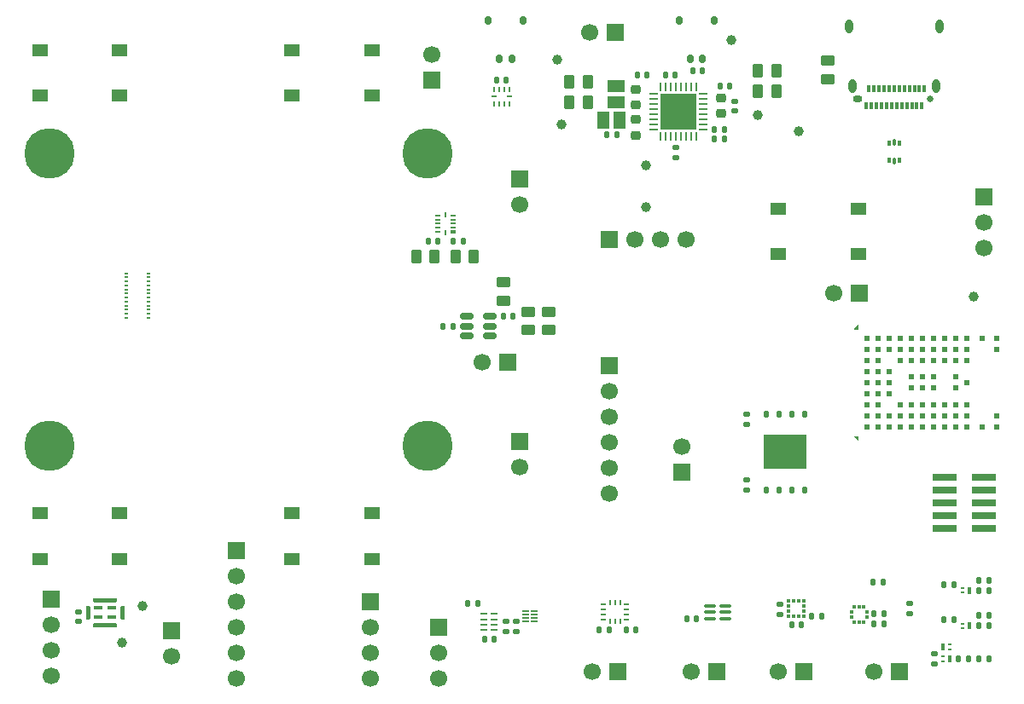
<source format=gbr>
%TF.GenerationSoftware,KiCad,Pcbnew,9.0.6+1*%
%TF.CreationDate,2025-12-31T10:00:21+00:00*%
%TF.ProjectId,ZSWatch-Watch-DevKit,5a535761-7463-4682-9d57-617463682d44,1.2.2*%
%TF.SameCoordinates,Original*%
%TF.FileFunction,Soldermask,Top*%
%TF.FilePolarity,Negative*%
%FSLAX46Y46*%
G04 Gerber Fmt 4.6, Leading zero omitted, Abs format (unit mm)*
G04 Created by KiCad (PCBNEW 9.0.6+1) date 2025-12-31 10:00:21*
%MOMM*%
%LPD*%
G01*
G04 APERTURE LIST*
G04 Aperture macros list*
%AMRoundRect*
0 Rectangle with rounded corners*
0 $1 Rounding radius*
0 $2 $3 $4 $5 $6 $7 $8 $9 X,Y pos of 4 corners*
0 Add a 4 corners polygon primitive as box body*
4,1,4,$2,$3,$4,$5,$6,$7,$8,$9,$2,$3,0*
0 Add four circle primitives for the rounded corners*
1,1,$1+$1,$2,$3*
1,1,$1+$1,$4,$5*
1,1,$1+$1,$6,$7*
1,1,$1+$1,$8,$9*
0 Add four rect primitives between the rounded corners*
20,1,$1+$1,$2,$3,$4,$5,0*
20,1,$1+$1,$4,$5,$6,$7,0*
20,1,$1+$1,$6,$7,$8,$9,0*
20,1,$1+$1,$8,$9,$2,$3,0*%
G04 Aperture macros list end*
%ADD10C,0.100000*%
%ADD11C,0.010000*%
%ADD12RoundRect,0.140000X0.140000X0.170000X-0.140000X0.170000X-0.140000X-0.170000X0.140000X-0.170000X0*%
%ADD13RoundRect,0.250000X0.262500X0.450000X-0.262500X0.450000X-0.262500X-0.450000X0.262500X-0.450000X0*%
%ADD14RoundRect,0.050000X-0.150000X-0.300000X0.150000X-0.300000X0.150000X0.300000X-0.150000X0.300000X0*%
%ADD15RoundRect,0.050000X-0.150000X-0.075000X0.150000X-0.075000X0.150000X0.075000X-0.150000X0.075000X0*%
%ADD16RoundRect,0.250000X-0.262500X-0.450000X0.262500X-0.450000X0.262500X0.450000X-0.262500X0.450000X0*%
%ADD17RoundRect,0.093750X-0.093750X0.156250X-0.093750X-0.156250X0.093750X-0.156250X0.093750X0.156250X0*%
%ADD18RoundRect,0.075000X-0.075000X0.250000X-0.075000X-0.250000X0.075000X-0.250000X0.075000X0.250000X0*%
%ADD19RoundRect,0.135000X0.185000X-0.135000X0.185000X0.135000X-0.185000X0.135000X-0.185000X-0.135000X0*%
%ADD20R,1.500000X1.300000*%
%ADD21C,1.000000*%
%ADD22R,1.700000X1.700000*%
%ADD23C,1.700000*%
%ADD24RoundRect,0.250000X-0.450000X0.262500X-0.450000X-0.262500X0.450000X-0.262500X0.450000X0.262500X0*%
%ADD25R,2.400000X0.740000*%
%ADD26RoundRect,0.062500X-0.337500X-0.062500X0.337500X-0.062500X0.337500X0.062500X-0.337500X0.062500X0*%
%ADD27RoundRect,0.062500X-0.062500X-0.337500X0.062500X-0.337500X0.062500X0.337500X-0.062500X0.337500X0*%
%ADD28R,3.600000X3.600000*%
%ADD29RoundRect,0.150000X0.150000X0.275000X-0.150000X0.275000X-0.150000X-0.275000X0.150000X-0.275000X0*%
%ADD30RoundRect,0.175000X0.175000X0.225000X-0.175000X0.225000X-0.175000X-0.225000X0.175000X-0.225000X0*%
%ADD31RoundRect,0.075000X-0.512500X-0.075000X0.512500X-0.075000X0.512500X0.075000X-0.512500X0.075000X0*%
%ADD32C,2.900000*%
%ADD33C,5.000000*%
%ADD34R,0.250000X0.500000*%
%ADD35R,0.500000X0.250000*%
%ADD36RoundRect,0.140000X-0.170000X0.140000X-0.170000X-0.140000X0.170000X-0.140000X0.170000X0.140000X0*%
%ADD37RoundRect,0.135000X-0.185000X0.135000X-0.185000X-0.135000X0.185000X-0.135000X0.185000X0.135000X0*%
%ADD38RoundRect,0.135000X0.135000X0.185000X-0.135000X0.185000X-0.135000X-0.185000X0.135000X-0.185000X0*%
%ADD39RoundRect,0.140000X-0.140000X-0.170000X0.140000X-0.170000X0.140000X0.170000X-0.140000X0.170000X0*%
%ADD40RoundRect,0.125000X0.125000X-0.200000X0.125000X0.200000X-0.125000X0.200000X-0.125000X-0.200000X0*%
%ADD41R,4.300000X3.400000*%
%ADD42R,0.650000X0.170000*%
%ADD43RoundRect,0.140000X0.170000X-0.140000X0.170000X0.140000X-0.170000X0.140000X-0.170000X-0.140000X0*%
%ADD44R,0.950000X0.450000*%
%ADD45R,0.700000X0.270000*%
%ADD46R,0.370000X0.300000*%
%ADD47R,0.300000X0.370000*%
%ADD48RoundRect,0.147500X0.147500X0.172500X-0.147500X0.172500X-0.147500X-0.172500X0.147500X-0.172500X0*%
%ADD49C,0.650000*%
%ADD50O,0.950000X0.650000*%
%ADD51R,0.300000X0.700000*%
%ADD52O,0.800000X1.400000*%
%ADD53RoundRect,0.250000X0.450000X-0.262500X0.450000X0.262500X-0.450000X0.262500X-0.450000X-0.262500X0*%
%ADD54RoundRect,0.225000X-0.250000X0.225000X-0.250000X-0.225000X0.250000X-0.225000X0.250000X0.225000X0*%
%ADD55R,0.475000X0.250000*%
%ADD56R,0.250000X0.475000*%
%ADD57R,1.150000X1.800000*%
%ADD58R,0.600000X0.600000*%
%ADD59RoundRect,0.147500X-0.147500X-0.172500X0.147500X-0.172500X0.147500X0.172500X-0.147500X0.172500X0*%
%ADD60RoundRect,0.225000X0.250000X-0.225000X0.250000X0.225000X-0.250000X0.225000X-0.250000X-0.225000X0*%
%ADD61R,0.300000X0.325000*%
%ADD62R,0.325000X0.300000*%
%ADD63R,1.800000X1.150000*%
%ADD64RoundRect,0.050000X0.150000X0.300000X-0.150000X0.300000X-0.150000X-0.300000X0.150000X-0.300000X0*%
%ADD65RoundRect,0.050000X0.150000X0.075000X-0.150000X0.075000X-0.150000X-0.075000X0.150000X-0.075000X0*%
%ADD66RoundRect,0.135000X-0.135000X-0.185000X0.135000X-0.185000X0.135000X0.185000X-0.135000X0.185000X0*%
%ADD67RoundRect,0.150000X0.512500X0.150000X-0.512500X0.150000X-0.512500X-0.150000X0.512500X-0.150000X0*%
%ADD68R,0.450000X0.210000*%
%ADD69R,0.500000X0.320000*%
%ADD70R,0.500000X0.220000*%
%ADD71R,0.220000X0.500000*%
%ADD72R,0.500000X0.200000*%
G04 APERTURE END LIST*
D10*
X243200000Y-145420920D02*
X242800000Y-145420920D01*
X243200000Y-145020920D01*
X243200000Y-145420920D01*
G36*
X243200000Y-145420920D02*
G01*
X242800000Y-145420920D01*
X243200000Y-145020920D01*
X243200000Y-145420920D01*
G37*
X243200000Y-156470920D02*
X242800000Y-156070920D01*
X243200000Y-156070920D01*
X243200000Y-156470920D01*
G36*
X243200000Y-156470920D02*
G01*
X242800000Y-156070920D01*
X243200000Y-156070920D01*
X243200000Y-156470920D01*
G37*
D11*
%TO.C,MK501*%
X166935000Y-173025000D02*
X166935000Y-174125000D01*
X166835000Y-174225000D01*
X166610000Y-174225000D01*
X166610000Y-172925000D01*
X166835000Y-172925000D01*
X166935000Y-173025000D01*
G36*
X166935000Y-173025000D02*
G01*
X166935000Y-174125000D01*
X166835000Y-174225000D01*
X166610000Y-174225000D01*
X166610000Y-172925000D01*
X166835000Y-172925000D01*
X166935000Y-173025000D01*
G37*
X169635000Y-172425000D02*
X169535000Y-172525000D01*
X167435000Y-172525000D01*
X167335000Y-172425000D01*
X167335000Y-172200000D01*
X169635000Y-172200000D01*
X169635000Y-172425000D01*
G36*
X169635000Y-172425000D02*
G01*
X169535000Y-172525000D01*
X167435000Y-172525000D01*
X167335000Y-172425000D01*
X167335000Y-172200000D01*
X169635000Y-172200000D01*
X169635000Y-172425000D01*
G37*
X169635000Y-174725000D02*
X169635000Y-174950000D01*
X167335000Y-174950000D01*
X167335000Y-174725000D01*
X167435000Y-174625000D01*
X169535000Y-174625000D01*
X169635000Y-174725000D01*
G36*
X169635000Y-174725000D02*
G01*
X169635000Y-174950000D01*
X167335000Y-174950000D01*
X167335000Y-174725000D01*
X167435000Y-174625000D01*
X169535000Y-174625000D01*
X169635000Y-174725000D01*
G37*
X170360000Y-174225000D02*
X170135000Y-174225000D01*
X170035000Y-174125000D01*
X170035000Y-173025000D01*
X170135000Y-172925000D01*
X170360000Y-172925000D01*
X170360000Y-174225000D01*
G36*
X170360000Y-174225000D02*
G01*
X170135000Y-174225000D01*
X170035000Y-174125000D01*
X170035000Y-173025000D01*
X170135000Y-172925000D01*
X170360000Y-172925000D01*
X170360000Y-174225000D01*
G37*
%TD*%
D12*
%TO.C,C404*%
X225060000Y-120200000D03*
X224100000Y-120200000D03*
%TD*%
D13*
%TO.C,R409*%
X235112500Y-121800000D03*
X233287500Y-121800000D03*
%TD*%
D14*
%TO.C,Q403*%
X254250000Y-171400000D03*
D15*
X253550000Y-171175000D03*
X253550000Y-171625000D03*
%TD*%
D16*
%TO.C,R615*%
X203275000Y-138200000D03*
X205100000Y-138200000D03*
%TD*%
D17*
%TO.C,IC602*%
X247337500Y-126937500D03*
D18*
X246800000Y-126862500D03*
D17*
X246262500Y-126937500D03*
X246262500Y-128637500D03*
D18*
X246800000Y-128712500D03*
D17*
X247337500Y-128637500D03*
%TD*%
D19*
%TO.C,R403*%
X250800000Y-178710000D03*
X250800000Y-177690000D03*
%TD*%
D20*
%TO.C,S503*%
X162025000Y-163750000D03*
X162025000Y-168250000D03*
X169975000Y-163750000D03*
X169975000Y-168250000D03*
%TD*%
D21*
%TO.C,TP504*%
X222200000Y-129200000D03*
%TD*%
D22*
%TO.C,X508*%
X200900000Y-120700000D03*
D23*
X200900000Y-118160000D03*
%TD*%
D20*
%TO.C,S504*%
X162025000Y-117750000D03*
X162025000Y-122250000D03*
X169975000Y-117750000D03*
X169975000Y-122250000D03*
%TD*%
D24*
%TO.C,R613*%
X212500000Y-143687500D03*
X212500000Y-145512500D03*
%TD*%
D25*
%TO.C,X601*%
X251800000Y-160120000D03*
X255700000Y-160120000D03*
X251800000Y-161390000D03*
X255700000Y-161390000D03*
X251800000Y-162660000D03*
X255700000Y-162660000D03*
X251800000Y-163930000D03*
X255700000Y-163930000D03*
X251800000Y-165200000D03*
X255700000Y-165200000D03*
%TD*%
D26*
%TO.C,IC401*%
X222937790Y-122080400D03*
X222937790Y-122580400D03*
X222937790Y-123080400D03*
X222937790Y-123580400D03*
X222937790Y-124080400D03*
X222937790Y-124580400D03*
X222937790Y-125080400D03*
X222937790Y-125580400D03*
D27*
X223637790Y-126280400D03*
X224137790Y-126280400D03*
X224637790Y-126280400D03*
X225137790Y-126280400D03*
X225637790Y-126280400D03*
X226137790Y-126280400D03*
X226637790Y-126280400D03*
X227137790Y-126280400D03*
D26*
X227837790Y-125580400D03*
X227837790Y-125080400D03*
X227837790Y-124580400D03*
X227837790Y-124080400D03*
X227837790Y-123580400D03*
X227837790Y-123080400D03*
X227837790Y-122580400D03*
X227837790Y-122080400D03*
D27*
X227137790Y-121380400D03*
X226637790Y-121380400D03*
X226137790Y-121380400D03*
X225637790Y-121380400D03*
X225137790Y-121380400D03*
X224637790Y-121380400D03*
X224137790Y-121380400D03*
X223637790Y-121380400D03*
D28*
X225387790Y-123830400D03*
%TD*%
D22*
%TO.C,X503*%
X175100000Y-175400000D03*
D23*
X175100000Y-177940000D03*
%TD*%
D29*
%TO.C,X509*%
X208850000Y-118575000D03*
X207650000Y-118575000D03*
D30*
X210000000Y-114800000D03*
X206500000Y-114800000D03*
%TD*%
D31*
%TO.C,IC501*%
X228505000Y-172900000D03*
X228505000Y-173550000D03*
X228505000Y-174200000D03*
X230080000Y-174200000D03*
X230080000Y-173550000D03*
X230080000Y-172900000D03*
%TD*%
D32*
%TO.C,REF\u002A\u002A*%
X200500000Y-157000000D03*
D33*
X200500000Y-157000000D03*
%TD*%
D22*
%TO.C,X610*%
X209600000Y-156600000D03*
D23*
X209600000Y-159140000D03*
%TD*%
D22*
%TO.C,X403*%
X163200000Y-172220000D03*
D23*
X163200000Y-174760000D03*
X163200000Y-177300000D03*
X163200000Y-179840000D03*
%TD*%
D12*
%TO.C,C403*%
X227780000Y-119800000D03*
X226820000Y-119800000D03*
%TD*%
D22*
%TO.C,X504*%
X194800000Y-172490000D03*
D23*
X194800000Y-175030000D03*
X194800000Y-177570000D03*
X194800000Y-180110000D03*
%TD*%
D22*
%TO.C,X606*%
X225700000Y-159640000D03*
D23*
X225700000Y-157100000D03*
%TD*%
D34*
%TO.C,IC505*%
X207100000Y-123100000D03*
X207600000Y-123100000D03*
X208100000Y-123100000D03*
X208600000Y-123100000D03*
D35*
X208600000Y-122350000D03*
D34*
X208600000Y-121600000D03*
X208100000Y-121600000D03*
X207600000Y-121600000D03*
X207100000Y-121600000D03*
D35*
X207100000Y-122350000D03*
%TD*%
D22*
%TO.C,X401*%
X219100000Y-116000000D03*
D23*
X216560000Y-116000000D03*
%TD*%
D22*
%TO.C,X501*%
X229200000Y-179500000D03*
D23*
X226660000Y-179500000D03*
%TD*%
D22*
%TO.C,X502*%
X181500000Y-167460000D03*
D23*
X181500000Y-170000000D03*
X181500000Y-172540000D03*
X181500000Y-175080000D03*
X181500000Y-177620000D03*
X181500000Y-180160000D03*
%TD*%
D22*
%TO.C,X506*%
X237840000Y-179500000D03*
D23*
X235300000Y-179500000D03*
%TD*%
D36*
%TO.C,C505*%
X235500000Y-172795000D03*
X235500000Y-173755000D03*
%TD*%
D37*
%TO.C,R504*%
X208300000Y-174490000D03*
X208300000Y-175510000D03*
%TD*%
D22*
%TO.C,X607*%
X209600000Y-130525000D03*
D23*
X209600000Y-133065000D03*
%TD*%
D38*
%TO.C,R405*%
X256210000Y-170400000D03*
X255190000Y-170400000D03*
%TD*%
D39*
%TO.C,C405*%
X229520000Y-121300000D03*
X230480000Y-121300000D03*
%TD*%
D12*
%TO.C,C511*%
X207100000Y-176220000D03*
X206140000Y-176220000D03*
%TD*%
D40*
%TO.C,IC603*%
X234090000Y-161400000D03*
X235360000Y-161400000D03*
X236630000Y-161400000D03*
X237900000Y-161400000D03*
X237900000Y-153900000D03*
X236630000Y-153900000D03*
X235360000Y-153900000D03*
X234090000Y-153900000D03*
D41*
X235995000Y-157650000D03*
%TD*%
D21*
%TO.C,TP404*%
X213800000Y-125100000D03*
%TD*%
D42*
%TO.C,IC506*%
X211075000Y-174500000D03*
X211075000Y-174150000D03*
X211075000Y-173800000D03*
X211075000Y-173450000D03*
X210225000Y-173450000D03*
X210225000Y-173800000D03*
X210225000Y-174150000D03*
X210225000Y-174500000D03*
%TD*%
D21*
%TO.C,TP405*%
X213400000Y-118700000D03*
%TD*%
D43*
%TO.C,C602*%
X232170000Y-154880000D03*
X232170000Y-153920000D03*
%TD*%
D22*
%TO.C,X505*%
X219340000Y-179500000D03*
D23*
X216800000Y-179500000D03*
%TD*%
D44*
%TO.C,MK501*%
X167810000Y-173150000D03*
X169160000Y-173150000D03*
X169160000Y-174000000D03*
X167810000Y-174000000D03*
%TD*%
D22*
%TO.C,X604*%
X255700000Y-132270000D03*
D23*
X255700000Y-134810000D03*
X255700000Y-137350000D03*
%TD*%
D16*
%TO.C,R410*%
X214587500Y-120900000D03*
X216412500Y-120900000D03*
%TD*%
D37*
%TO.C,R501*%
X248300000Y-172690000D03*
X248300000Y-173710000D03*
%TD*%
D13*
%TO.C,R616*%
X201187500Y-138200000D03*
X199362500Y-138200000D03*
%TD*%
D38*
%TO.C,R408*%
X229989410Y-126538400D03*
X228969410Y-126538400D03*
%TD*%
D29*
%TO.C,X402*%
X227800000Y-118575000D03*
X226600000Y-118575000D03*
D30*
X228950000Y-114800000D03*
X225450000Y-114800000D03*
%TD*%
D12*
%TO.C,C503*%
X218500000Y-175332500D03*
X217540000Y-175332500D03*
%TD*%
D45*
%TO.C,IC507*%
X206120000Y-173725000D03*
X206120000Y-174265000D03*
X206120000Y-174805000D03*
X206120000Y-175345000D03*
X207120000Y-175345000D03*
X207120000Y-174805000D03*
X207120000Y-174265000D03*
X207120000Y-173725000D03*
%TD*%
D22*
%TO.C,X507*%
X247300000Y-179500000D03*
D23*
X244760000Y-179500000D03*
%TD*%
D46*
%TO.C,IC504*%
X244062500Y-174007500D03*
X244062500Y-173507500D03*
D47*
X243800000Y-172995000D03*
X243300000Y-172995000D03*
X242800000Y-172995000D03*
D46*
X242537500Y-173507500D03*
X242537500Y-174007500D03*
D47*
X242800000Y-174520000D03*
X243300000Y-174520000D03*
X243800000Y-174520000D03*
%TD*%
D12*
%TO.C,C510*%
X208280000Y-120700000D03*
X207320000Y-120700000D03*
%TD*%
D21*
%TO.C,TP503*%
X222200000Y-133300000D03*
%TD*%
D48*
%TO.C,D403*%
X256185000Y-178200000D03*
X255215000Y-178200000D03*
%TD*%
D38*
%TO.C,R505*%
X205509999Y-172700000D03*
X204490001Y-172700000D03*
%TD*%
D49*
%TO.C,X603*%
X250400000Y-122560000D03*
D50*
X243200000Y-122560000D03*
D51*
X249550000Y-123220000D03*
X249050000Y-123220000D03*
X248550000Y-123220000D03*
X248050000Y-123220000D03*
X247550000Y-123220000D03*
X247050000Y-123220000D03*
X246550000Y-123220000D03*
X246050000Y-123220000D03*
X245550000Y-123220000D03*
X245050000Y-123220000D03*
X244550000Y-123220000D03*
X244050000Y-123220000D03*
X244300000Y-121520000D03*
X244800000Y-121520000D03*
X245300000Y-121520000D03*
X245800000Y-121520000D03*
X246300000Y-121520000D03*
X246800000Y-121520000D03*
X247300000Y-121520000D03*
X247800000Y-121520000D03*
X248300000Y-121520000D03*
X248800000Y-121520000D03*
X249300000Y-121520000D03*
X249800000Y-121520000D03*
D52*
X251290000Y-115360000D03*
X250930000Y-121310000D03*
X242670000Y-121310000D03*
X242310000Y-115360000D03*
%TD*%
D21*
%TO.C,TP601*%
X254700000Y-142200000D03*
%TD*%
D53*
%TO.C,R603*%
X240200000Y-120600000D03*
X240200000Y-118775000D03*
%TD*%
D54*
%TO.C,C409*%
X221151410Y-124633400D03*
X221151410Y-126183400D03*
%TD*%
D38*
%TO.C,R404*%
X256210000Y-173900000D03*
X255190000Y-173900000D03*
%TD*%
D43*
%TO.C,C502*%
X165900000Y-174500000D03*
X165900000Y-173540000D03*
%TD*%
D55*
%TO.C,IC502*%
X217937500Y-172800000D03*
X217937500Y-173300000D03*
X217937500Y-173800000D03*
X217937500Y-174300000D03*
D56*
X218600000Y-174462500D03*
X219100000Y-174462500D03*
X219600000Y-174462500D03*
D55*
X220262500Y-174300000D03*
X220262500Y-173800000D03*
X220262500Y-173300000D03*
X220262500Y-172800000D03*
D56*
X219600000Y-172637500D03*
X219100000Y-172637500D03*
X218600000Y-172637500D03*
%TD*%
D21*
%TO.C,TP501*%
X172200000Y-172900000D03*
%TD*%
D57*
%TO.C,L401*%
X217938410Y-124659400D03*
X219538410Y-124659400D03*
%TD*%
D58*
%TO.C,M601*%
X244100000Y-155150000D03*
X244100000Y-154050000D03*
X244100000Y-152950000D03*
X244100000Y-151850000D03*
X244100000Y-150750000D03*
X244100000Y-149650000D03*
X244100000Y-148550000D03*
X244100000Y-147450000D03*
X244100000Y-146350000D03*
X245200000Y-155150000D03*
X245200000Y-154050000D03*
X245200000Y-152950000D03*
X245200000Y-151850000D03*
X245200000Y-150750000D03*
X245200000Y-149650000D03*
X245200000Y-148550000D03*
X245200000Y-147450000D03*
X245200000Y-146350000D03*
X246300000Y-155150000D03*
X246300000Y-154050000D03*
X246300000Y-151850000D03*
X246300000Y-150750000D03*
X246300000Y-149650000D03*
X246300000Y-147450000D03*
X246300000Y-146350000D03*
X247400000Y-155150000D03*
X247400000Y-154050000D03*
X247400000Y-152950000D03*
X247400000Y-148550000D03*
X247400000Y-147450000D03*
X247400000Y-146350000D03*
X248500000Y-155150000D03*
X248500000Y-154050000D03*
X248500000Y-152950000D03*
X248500000Y-151300000D03*
X248500000Y-150200000D03*
X248500000Y-148550000D03*
X248500000Y-147450000D03*
X248500000Y-146350000D03*
X249600000Y-155150000D03*
X249600000Y-154050000D03*
X249600000Y-152950000D03*
X249600000Y-151300000D03*
X249600000Y-150200000D03*
X249600000Y-148550000D03*
X249600000Y-147450000D03*
X249600000Y-146350000D03*
X250700000Y-155150000D03*
X250700000Y-154050000D03*
X250700000Y-152950000D03*
X250700000Y-151300000D03*
X250700000Y-150200000D03*
X250700000Y-148550000D03*
X250700000Y-147450000D03*
X250700000Y-146350000D03*
X251800000Y-155150000D03*
X251800000Y-154050000D03*
X251800000Y-152950000D03*
X251800000Y-148550000D03*
X251800000Y-147450000D03*
X251800000Y-146350000D03*
X252900000Y-155150000D03*
X252900000Y-154050000D03*
X252900000Y-152950000D03*
X252900000Y-151300000D03*
X252900000Y-150200000D03*
X252900000Y-148550000D03*
X252900000Y-147450000D03*
X252900000Y-146350000D03*
X254000000Y-155150000D03*
X254000000Y-154050000D03*
X254000000Y-152950000D03*
X254000000Y-150750000D03*
X254000000Y-148550000D03*
X254000000Y-147450000D03*
X254000000Y-146350000D03*
X255500000Y-155150000D03*
X255500000Y-146350000D03*
X257000000Y-155150000D03*
X257000000Y-154050000D03*
X257000000Y-147450000D03*
X257000000Y-146350000D03*
%TD*%
D59*
%TO.C,D401*%
X255215000Y-174900000D03*
X256185000Y-174900000D03*
%TD*%
D60*
%TO.C,C407*%
X221151410Y-123148400D03*
X221151410Y-121598400D03*
%TD*%
D12*
%TO.C,C408*%
X222289600Y-120200000D03*
X221329600Y-120200000D03*
%TD*%
D39*
%TO.C,C406*%
X218299410Y-126138400D03*
X219259410Y-126138400D03*
%TD*%
D12*
%TO.C,C501*%
X227187500Y-174200000D03*
X226227500Y-174200000D03*
%TD*%
D22*
%TO.C,X609*%
X208475000Y-148700000D03*
D23*
X205935000Y-148700000D03*
%TD*%
D12*
%TO.C,C504*%
X221180000Y-175300000D03*
X220220000Y-175300000D03*
%TD*%
D22*
%TO.C,X404*%
X218500000Y-136500000D03*
D23*
X221040000Y-136500000D03*
X223580000Y-136500000D03*
X226120000Y-136500000D03*
%TD*%
D12*
%TO.C,C601*%
X208980000Y-144187500D03*
X208020000Y-144187500D03*
%TD*%
D61*
%TO.C,IC503*%
X237812500Y-172462500D03*
X237312500Y-172462500D03*
X236812500Y-172462500D03*
X236312500Y-172462500D03*
D62*
X236300000Y-172975000D03*
X236300000Y-173475000D03*
D61*
X236312500Y-173987500D03*
X236812500Y-173987500D03*
X237312500Y-173987500D03*
X237812500Y-173987500D03*
D62*
X237825000Y-173475000D03*
X237825000Y-172975000D03*
%TD*%
D39*
%TO.C,C506*%
X238620000Y-173975000D03*
X239580000Y-173975000D03*
%TD*%
D63*
%TO.C,L402*%
X219246410Y-121319400D03*
X219246410Y-122919400D03*
%TD*%
D60*
%TO.C,C410*%
X229590620Y-124044000D03*
X229590620Y-122494000D03*
%TD*%
D24*
%TO.C,R602*%
X208020000Y-140775000D03*
X208020000Y-142600000D03*
%TD*%
D38*
%TO.C,R402*%
X252710000Y-170800000D03*
X251690000Y-170800000D03*
%TD*%
D20*
%TO.C,S502*%
X187025000Y-163750000D03*
X187025000Y-168250000D03*
X194975000Y-163750000D03*
X194975000Y-168250000D03*
%TD*%
D32*
%TO.C,REF\u002A\u002A*%
X163000000Y-157000000D03*
D33*
X163000000Y-157000000D03*
%TD*%
D64*
%TO.C,Q401*%
X251650000Y-177000000D03*
D65*
X252350000Y-177225000D03*
X252350000Y-176775000D03*
%TD*%
D12*
%TO.C,C508*%
X245780000Y-173700000D03*
X244820000Y-173700000D03*
%TD*%
D16*
%TO.C,R411*%
X214587500Y-122900000D03*
X216412500Y-122900000D03*
%TD*%
D66*
%TO.C,R601*%
X201990000Y-145137500D03*
X203010000Y-145137500D03*
%TD*%
D32*
%TO.C,REF\u002A\u002A*%
X200500000Y-128000000D03*
D33*
X200500000Y-128000000D03*
%TD*%
D21*
%TO.C,TP502*%
X170200000Y-176600000D03*
%TD*%
D67*
%TO.C,IC601*%
X206637500Y-146087500D03*
X206637500Y-145137500D03*
X206637500Y-144187500D03*
X204362500Y-144187500D03*
X204362500Y-145137500D03*
X204362500Y-146087500D03*
%TD*%
D16*
%TO.C,R412*%
X233287500Y-119800000D03*
X235112500Y-119800000D03*
%TD*%
D22*
%TO.C,X510*%
X201600000Y-175020000D03*
D23*
X201600000Y-177560000D03*
X201600000Y-180100000D03*
%TD*%
D22*
%TO.C,X605*%
X218500000Y-149050000D03*
D23*
X218500000Y-151590000D03*
X218500000Y-154130000D03*
X218500000Y-156670000D03*
X218500000Y-159210000D03*
X218500000Y-161750000D03*
%TD*%
D37*
%TO.C,R612*%
X232170000Y-160400000D03*
X232170000Y-161420000D03*
%TD*%
D20*
%TO.C,S501*%
X187025000Y-117750000D03*
X187025000Y-122250000D03*
X194975000Y-117750000D03*
X194975000Y-122250000D03*
%TD*%
D32*
%TO.C,REF\u002A\u002A*%
X163000000Y-128000000D03*
D33*
X163000000Y-128000000D03*
%TD*%
D43*
%TO.C,C401*%
X231000000Y-123780000D03*
X231000000Y-122820000D03*
%TD*%
D38*
%TO.C,R406*%
X254210000Y-178200000D03*
X253190000Y-178200000D03*
%TD*%
D21*
%TO.C,TP402*%
X230600000Y-116725000D03*
%TD*%
D12*
%TO.C,C604*%
X201555000Y-136700000D03*
X200595000Y-136700000D03*
%TD*%
D68*
%TO.C,X608*%
X172800000Y-144300000D03*
X172800000Y-143900000D03*
X172800000Y-143500000D03*
X172800000Y-143100000D03*
X172800000Y-142700000D03*
X172800000Y-142300000D03*
X172800000Y-141900000D03*
X172800000Y-141500000D03*
X172800000Y-141100000D03*
X172800000Y-140700000D03*
X172800000Y-140300000D03*
X172800000Y-139900000D03*
X170610000Y-139900000D03*
X170610000Y-140300000D03*
X170610000Y-140700000D03*
X170610000Y-141100000D03*
X170610000Y-141500000D03*
X170610000Y-141900000D03*
X170610000Y-142300000D03*
X170610000Y-142700000D03*
X170610000Y-143100000D03*
X170610000Y-143500000D03*
X170610000Y-143900000D03*
X170610000Y-144300000D03*
%TD*%
D59*
%TO.C,D402*%
X255215000Y-171400000D03*
X256185000Y-171400000D03*
%TD*%
D39*
%TO.C,C509*%
X244820000Y-174700000D03*
X245780000Y-174700000D03*
%TD*%
D36*
%TO.C,C402*%
X225137790Y-127420000D03*
X225137790Y-128380000D03*
%TD*%
D69*
%TO.C,IC604*%
X203045000Y-135800000D03*
D70*
X203045000Y-135350000D03*
X203045000Y-134950000D03*
X203045000Y-134550000D03*
X203045000Y-134150000D03*
D71*
X202295000Y-134050000D03*
D72*
X201545000Y-134150000D03*
D70*
X201545000Y-134550000D03*
X201545000Y-134950000D03*
X201545000Y-135350000D03*
X201545000Y-135750000D03*
D71*
X202295000Y-135850000D03*
%TD*%
D38*
%TO.C,R407*%
X229989410Y-125580400D03*
X228969410Y-125580400D03*
%TD*%
D21*
%TO.C,TP401*%
X233300000Y-124200000D03*
%TD*%
D14*
%TO.C,Q404*%
X252350000Y-178200000D03*
D15*
X251650000Y-177975000D03*
X251650000Y-178425000D03*
%TD*%
D53*
%TO.C,R614*%
X210500000Y-145512500D03*
X210500000Y-143687500D03*
%TD*%
D12*
%TO.C,C507*%
X237580000Y-174775000D03*
X236620000Y-174775000D03*
%TD*%
D38*
%TO.C,R401*%
X252710000Y-174300000D03*
X251690000Y-174300000D03*
%TD*%
D21*
%TO.C,TP403*%
X237300000Y-125800000D03*
%TD*%
D14*
%TO.C,Q402*%
X254250000Y-174900000D03*
D15*
X253550000Y-174675000D03*
X253550000Y-175125000D03*
%TD*%
D19*
%TO.C,R503*%
X209300000Y-175509999D03*
X209300000Y-174490001D03*
%TD*%
D66*
%TO.C,R502*%
X244690000Y-170600000D03*
X245710000Y-170600000D03*
%TD*%
D20*
%TO.C,S601*%
X243275000Y-137950000D03*
X243275000Y-133450000D03*
X235325000Y-137950000D03*
X235325000Y-133450000D03*
%TD*%
D39*
%TO.C,C603*%
X203057500Y-136700000D03*
X204017500Y-136700000D03*
%TD*%
D22*
%TO.C,X602*%
X243300000Y-141900000D03*
D23*
X240760000Y-141900000D03*
%TD*%
M02*

</source>
